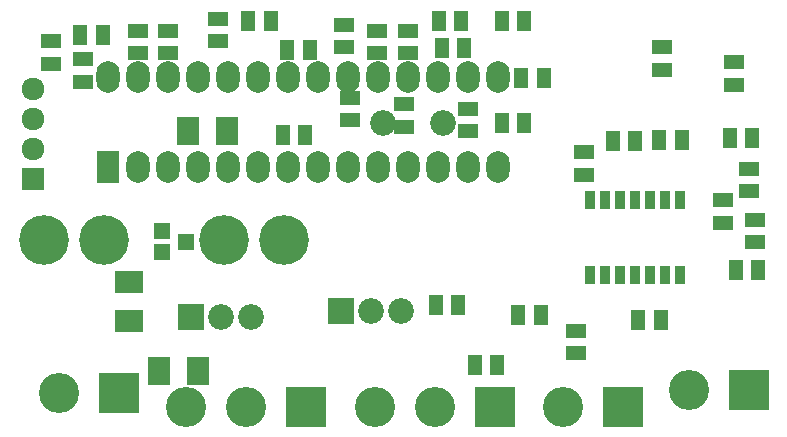
<source format=gbs>
G04 (created by PCBNEW (2013-07-07 BZR 4022)-stable) date 10/09/2014 21:53:45*
%MOIN*%
G04 Gerber Fmt 3.4, Leading zero omitted, Abs format*
%FSLAX34Y34*%
G01*
G70*
G90*
G04 APERTURE LIST*
%ADD10C,0.00393701*%
%ADD11C,0.085748*%
%ADD12R,0.085748X0.085748*%
%ADD13C,0.165748*%
%ADD14R,0.050748X0.070748*%
%ADD15R,0.070748X0.050748*%
%ADD16R,0.075748X0.095748*%
%ADD17R,0.095748X0.075748*%
%ADD18O,0.077748X0.105748*%
%ADD19R,0.077748X0.105748*%
%ADD20R,0.035748X0.060748*%
%ADD21R,0.133848X0.133848*%
%ADD22C,0.133848*%
%ADD23R,0.075748X0.075748*%
%ADD24C,0.075748*%
%ADD25R,0.051748X0.051748*%
G04 APERTURE END LIST*
G54D10*
G54D11*
X68700Y-42500D03*
X67700Y-42500D03*
G54D12*
X66700Y-42500D03*
G54D13*
X56800Y-40150D03*
X58800Y-40150D03*
X62800Y-40150D03*
X64800Y-40150D03*
G54D11*
X68100Y-36250D03*
X70100Y-36250D03*
G54D14*
X72625Y-42650D03*
X73375Y-42650D03*
G54D15*
X79800Y-34975D03*
X79800Y-34225D03*
G54D14*
X80625Y-41150D03*
X79875Y-41150D03*
X65525Y-36650D03*
X64775Y-36650D03*
G54D15*
X67000Y-35400D03*
X67000Y-36150D03*
X70950Y-36525D03*
X70950Y-35775D03*
X68800Y-36375D03*
X68800Y-35625D03*
G54D14*
X65675Y-33800D03*
X64925Y-33800D03*
G54D16*
X62900Y-36500D03*
X61600Y-36500D03*
G54D17*
X59650Y-42850D03*
X59650Y-41550D03*
G54D18*
X59950Y-37700D03*
X60950Y-37700D03*
X61950Y-37700D03*
X62950Y-37700D03*
X63950Y-37700D03*
X64950Y-37700D03*
X65950Y-37700D03*
X66950Y-37700D03*
X67950Y-37700D03*
X68950Y-37700D03*
X69950Y-37700D03*
X70950Y-37700D03*
X71950Y-37700D03*
G54D19*
X58950Y-37700D03*
G54D18*
X71950Y-34700D03*
X70950Y-34700D03*
X69950Y-34700D03*
X68950Y-34700D03*
X67950Y-34700D03*
X66950Y-34700D03*
X65950Y-34700D03*
X64950Y-34700D03*
X63950Y-34700D03*
X62950Y-34700D03*
X61950Y-34700D03*
X60950Y-34700D03*
X59950Y-34700D03*
X58950Y-34700D03*
G54D14*
X76625Y-42800D03*
X77375Y-42800D03*
G54D20*
X75000Y-38800D03*
X75500Y-38800D03*
X76000Y-38800D03*
X76500Y-38800D03*
X77000Y-38800D03*
X77500Y-38800D03*
X78000Y-38800D03*
X78000Y-41300D03*
X77500Y-41300D03*
X76500Y-41300D03*
X76000Y-41300D03*
X75500Y-41300D03*
X75000Y-41300D03*
X77000Y-41300D03*
G54D21*
X59300Y-45250D03*
G54D22*
X57300Y-45250D03*
G54D21*
X71850Y-45700D03*
G54D22*
X69850Y-45700D03*
X67850Y-45700D03*
G54D21*
X65550Y-45700D03*
G54D22*
X63550Y-45700D03*
X61550Y-45700D03*
G54D23*
X56450Y-38100D03*
G54D24*
X56450Y-37100D03*
X56450Y-36100D03*
X56450Y-35100D03*
G54D25*
X60750Y-39850D03*
X60750Y-40550D03*
X61550Y-40200D03*
G54D21*
X80300Y-45150D03*
G54D22*
X78300Y-45150D03*
G54D15*
X80300Y-38525D03*
X80300Y-37775D03*
G54D14*
X80425Y-36750D03*
X79675Y-36750D03*
X71925Y-44300D03*
X71175Y-44300D03*
G54D15*
X77400Y-34475D03*
X77400Y-33725D03*
G54D14*
X70825Y-33750D03*
X70075Y-33750D03*
X73475Y-34750D03*
X72725Y-34750D03*
G54D15*
X74550Y-43925D03*
X74550Y-43175D03*
G54D16*
X60650Y-44500D03*
X61950Y-44500D03*
G54D21*
X76100Y-45700D03*
G54D22*
X74100Y-45700D03*
G54D15*
X57050Y-34275D03*
X57050Y-33525D03*
G54D14*
X58025Y-33300D03*
X58775Y-33300D03*
G54D15*
X62600Y-32775D03*
X62600Y-33525D03*
G54D14*
X63625Y-32850D03*
X64375Y-32850D03*
G54D15*
X66800Y-33725D03*
X66800Y-32975D03*
G54D14*
X69975Y-32850D03*
X70725Y-32850D03*
G54D15*
X58100Y-34125D03*
X58100Y-34875D03*
X59950Y-33175D03*
X59950Y-33925D03*
X60950Y-33175D03*
X60950Y-33925D03*
X67900Y-33175D03*
X67900Y-33925D03*
X68950Y-33175D03*
X68950Y-33925D03*
G54D14*
X72075Y-32850D03*
X72825Y-32850D03*
G54D15*
X74800Y-37975D03*
X74800Y-37225D03*
G54D14*
X75775Y-36850D03*
X76525Y-36850D03*
G54D15*
X79450Y-39575D03*
X79450Y-38825D03*
G54D14*
X77325Y-36800D03*
X78075Y-36800D03*
X72075Y-36250D03*
X72825Y-36250D03*
X69875Y-42300D03*
X70625Y-42300D03*
G54D15*
X80500Y-40225D03*
X80500Y-39475D03*
G54D11*
X63700Y-42700D03*
X62700Y-42700D03*
G54D12*
X61700Y-42700D03*
M02*

</source>
